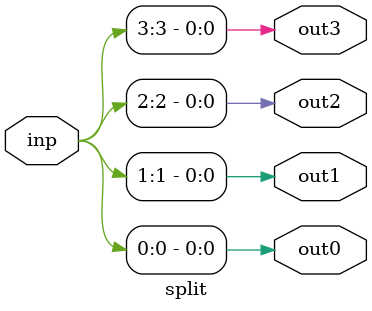
<source format=v>
`timescale 1ns / 1ps


module split(
    output wire out0,
    output wire out1,
    output wire out2,
    output wire out3,
    
    input wire [3:0] inp   

    );
    
    assign out0 = inp[0];
    assign out1 = inp[1];
    assign out2 = inp[2];
    assign out3 = inp[3];
    
endmodule

</source>
